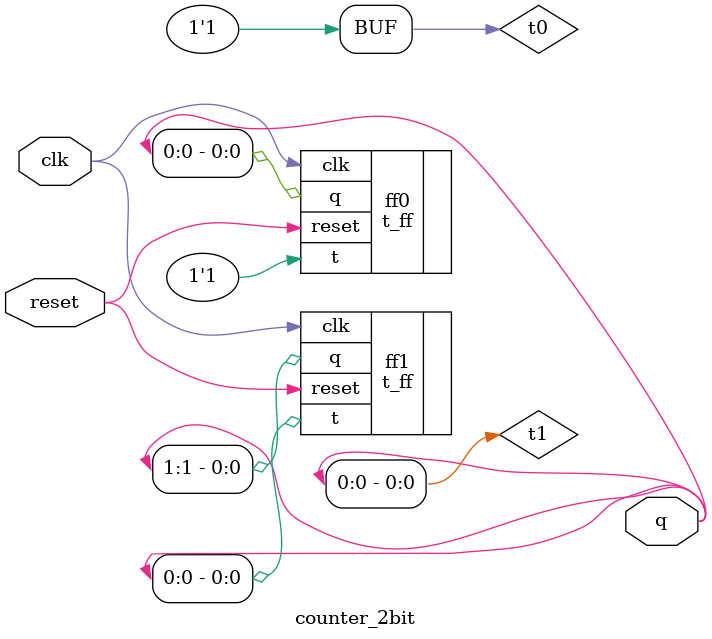
<source format=v>
module counter_2bit(
    input wire clk,reset,
    output wire [1:0] q
);

  wire t0,t1;
  assign t0 = 1'b1;
  assign t1 = q[0];

  t_ff ff0(

    .clk(clk),
    .t(t0),
    .reset(reset),
    .q(q[0])
  );

t_ff ff1(
    .clk(clk),
    .t(t1),
    .reset(reset),
    .q(q[1])
);


endmodule
</source>
